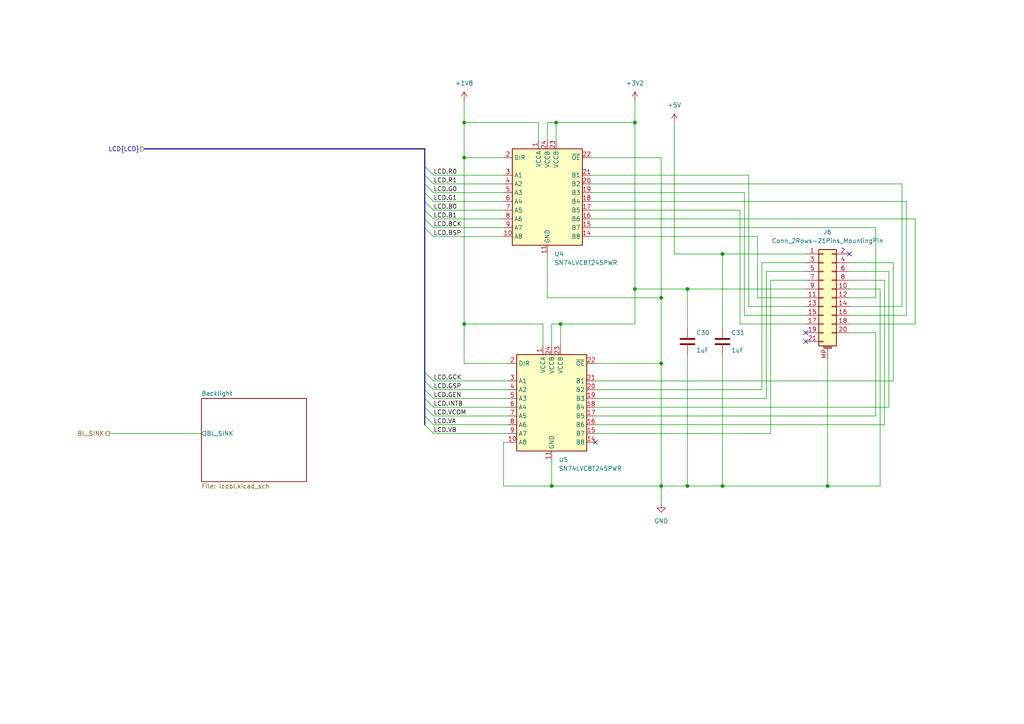
<source format=kicad_sch>
(kicad_sch (version 20230121) (generator eeschema)
  (paper "A4")
  (title_block (title "Memory LCD") (rev "A") (company "Matthew Mirvish") (comment 1 "MWatch -- a cool smartwatch"))
  (lib_symbols
    (symbol "3v2:+3V2" (power) (pin_names (offset 0))
      (property "Value" "+3V2" (at 0 3.556 0))
      (symbol "+3V2_0_1"
        (polyline (pts (xy -0.762 1.27) (xy 0 2.54)))
        (polyline (pts (xy 0 0) (xy 0 2.54)))
        (polyline (pts (xy 0 2.54) (xy 0.762 1.27)))
      )
      (symbol "+3V2_1_1"
        (pin power_in line (at 0 0 90) (length 0) hide (name "+3V2") (number "1"))
      )
    )
    (symbol "Connector_Generic_MountingPin:Conn_2Rows-21Pins_MountingPin" (pin_names (offset 1.016) hide)
      (property "Reference" "J" (at 1.27 15.24 0))
      (property "Value" "Conn_2Rows-21Pins_MountingPin" (at 2.54 -15.24 0))
      (symbol "Conn_2Rows-21Pins_MountingPin_1_1"
        (rectangle (start -1.27 -12.573) (end 0 -12.827) (stroke (width 0.1524)))
        (rectangle (start -1.27 -10.033) (end 0 -10.287) (stroke (width 0.1524)))
        (rectangle (start -1.27 -7.493) (end 0 -7.747) (stroke (width 0.1524)))
        (rectangle (start -1.27 -4.953) (end 0 -5.207) (stroke (width 0.1524)))
        (rectangle (start -1.27 -2.413) (end 0 -2.667) (stroke (width 0.1524)))
        (rectangle (start -1.27 0.127) (end 0 -0.127) (stroke (width 0.1524)))
        (rectangle (start -1.27 2.667) (end 0 2.413) (stroke (width 0.1524)))
        (rectangle (start -1.27 5.207) (end 0 4.953) (stroke (width 0.1524)))
        (rectangle (start -1.27 7.747) (end 0 7.493) (stroke (width 0.1524)))
        (rectangle (start -1.27 10.287) (end 0 10.033) (stroke (width 0.1524)))
        (rectangle (start -1.27 12.827) (end 0 12.573) (stroke (width 0.1524)))
        (rectangle (start -1.27 13.97) (end 3.81 -13.97) (stroke (width 0.254)) (fill (type background)))
        (polyline (pts (xy 0.254 -14.732) (xy 2.286 -14.732)) (stroke (width 0.1524)))
        (rectangle (start 3.81 -10.033) (end 2.54 -10.287) (stroke (width 0.1524)))
        (rectangle (start 3.81 -7.493) (end 2.54 -7.747) (stroke (width 0.1524)))
        (rectangle (start 3.81 -4.953) (end 2.54 -5.207) (stroke (width 0.1524)))
        (rectangle (start 3.81 -2.413) (end 2.54 -2.667) (stroke (width 0.1524)))
        (rectangle (start 3.81 0.127) (end 2.54 -0.127) (stroke (width 0.1524)))
        (rectangle (start 3.81 2.667) (end 2.54 2.413) (stroke (width 0.1524)))
        (rectangle (start 3.81 5.207) (end 2.54 4.953) (stroke (width 0.1524)))
        (rectangle (start 3.81 7.747) (end 2.54 7.493) (stroke (width 0.1524)))
        (rectangle (start 3.81 10.287) (end 2.54 10.033) (stroke (width 0.1524)))
        (rectangle (start 3.81 12.827) (end 2.54 12.573) (stroke (width 0.1524)))
        (text "Mounting" (at 1.27 -14.351 0) (effects (font (size 0.381 0.381))))
        (pin passive line (at -5.08 12.7 0) (length 3.81) (name "Pin_1") (number "1"))
        (pin passive line (at 7.62 2.54 180) (length 3.81) (name "Pin_10") (number "10"))
        (pin passive line (at -5.08 0 0) (length 3.81) (name "Pin_11") (number "11"))
        (pin passive line (at 7.62 0 180) (length 3.81) (name "Pin_12") (number "12"))
        (pin passive line (at -5.08 -2.54 0) (length 3.81) (name "Pin_13") (number "13"))
        (pin passive line (at 7.62 -2.54 180) (length 3.81) (name "Pin_14") (number "14"))
        (pin passive line (at -5.08 -5.08 0) (length 3.81) (name "Pin_15") (number "15"))
        (pin passive line (at 7.62 -5.08 180) (length 3.81) (name "Pin_16") (number "16"))
        (pin passive line (at -5.08 -7.62 0) (length 3.81) (name "Pin_17") (number "17"))
        (pin passive line (at 7.62 -7.62 180) (length 3.81) (name "Pin_18") (number "18"))
        (pin passive line (at -5.08 -10.16 0) (length 3.81) (name "Pin_19") (number "19"))
        (pin passive line (at 7.62 12.7 180) (length 3.81) (name "Pin_2") (number "2"))
        (pin passive line (at 7.62 -10.16 180) (length 3.81) (name "Pin_20") (number "20"))
        (pin passive line (at -5.08 -12.7 0) (length 3.81) (name "Pin_21") (number "21"))
        (pin passive line (at -5.08 10.16 0) (length 3.81) (name "Pin_3") (number "3"))
        (pin passive line (at 7.62 10.16 180) (length 3.81) (name "Pin_4") (number "4"))
        (pin passive line (at -5.08 7.62 0) (length 3.81) (name "Pin_5") (number "5"))
        (pin passive line (at 7.62 7.62 180) (length 3.81) (name "Pin_6") (number "6"))
        (pin passive line (at -5.08 5.08 0) (length 3.81) (name "Pin_7") (number "7"))
        (pin passive line (at 7.62 5.08 180) (length 3.81) (name "Pin_8") (number "8"))
        (pin passive line (at -5.08 2.54 0) (length 3.81) (name "Pin_9") (number "9"))
        (pin passive line (at 1.27 -17.78 90) (length 3.048) (name "MountPin") (number "MP"))
      )
    )
    (symbol "Device:C" (pin_numbers hide) (pin_names (offset 0.254))
      (property "Reference" "C" (at 0.635 2.54 0))
      (property "Value" "C" (at 0.635 -2.54 0))
      (symbol "C_0_1"
        (polyline (pts (xy -2.032 -0.762) (xy 2.032 -0.762)) (stroke (width 0.508)))
        (polyline (pts (xy -2.032 0.762) (xy 2.032 0.762)) (stroke (width 0.508)))
      )
      (symbol "C_1_1"
        (pin passive line (at 0 3.81 270) (length 2.794) (name "~") (number "1"))
        (pin passive line (at 0 -3.81 90) (length 2.794) (name "~") (number "2"))
      )
    )
    (symbol "Logic_LevelTranslator:SN74AVC8T245PW"
      (property "Reference" "U" (at -8.89 13.97 0))
      (property "Value" "SN74AVC8T245PW" (at 12.7 13.97 0))
      (symbol "SN74AVC8T245PW_0_1"
        (rectangle (start -10.16 12.7) (end 10.16 -15.24) (stroke (width 0.254)) (fill (type background)))
      )
      (symbol "SN74AVC8T245PW_1_1"
        (pin power_in line (at -2.54 15.24 270) (length 2.54) (name "VCCA") (number "1"))
        (pin bidirectional line (at -12.7 -12.7 0) (length 2.54) (name "A8") (number "10"))
        (pin power_in line (at 0 -17.78 90) (length 2.54) (name "GND") (number "11"))
        (pin passive line (at 0 -17.78 90) (length 2.54) hide (name "GND") (number "12"))
        (pin passive line (at 0 -17.78 90) (length 2.54) hide (name "GND") (number "13"))
        (pin bidirectional line (at 12.7 -12.7 180) (length 2.54) (name "B8") (number "14"))
        (pin bidirectional line (at 12.7 -10.16 180) (length 2.54) (name "B7") (number "15"))
        (pin bidirectional line (at 12.7 -7.62 180) (length 2.54) (name "B6") (number "16"))
        (pin bidirectional line (at 12.7 -5.08 180) (length 2.54) (name "B5") (number "17"))
        (pin bidirectional line (at 12.7 -2.54 180) (length 2.54) (name "B4") (number "18"))
        (pin bidirectional line (at 12.7 0 180) (length 2.54) (name "B3") (number "19"))
        (pin input line (at -12.7 10.16 0) (length 2.54) (name "DIR") (number "2"))
        (pin bidirectional line (at 12.7 2.54 180) (length 2.54) (name "B2") (number "20"))
        (pin bidirectional line (at 12.7 5.08 180) (length 2.54) (name "B1") (number "21"))
        (pin input line (at 12.7 10.16 180) (length 2.54) (name "~{OE}") (number "22"))
        (pin power_in line (at 2.54 15.24 270) (length 2.54) (name "VCCB") (number "23"))
        (pin power_in line (at 0 15.24 270) (length 2.54) (name "VCCB") (number "24"))
        (pin bidirectional line (at -12.7 5.08 0) (length 2.54) (name "A1") (number "3"))
        (pin bidirectional line (at -12.7 2.54 0) (length 2.54) (name "A2") (number "4"))
        (pin bidirectional line (at -12.7 0 0) (length 2.54) (name "A3") (number "5"))
        (pin bidirectional line (at -12.7 -2.54 0) (length 2.54) (name "A4") (number "6"))
        (pin bidirectional line (at -12.7 -5.08 0) (length 2.54) (name "A5") (number "7"))
        (pin bidirectional line (at -12.7 -7.62 0) (length 2.54) (name "A6") (number "8"))
        (pin bidirectional line (at -12.7 -10.16 0) (length 2.54) (name "A7") (number "9"))
      )
    )
    (symbol "power:+1V8" (power) (pin_names (offset 0))
      (property "Value" "+1V8" (at 0 3.556 0))
      (symbol "+1V8_0_1"
        (polyline (pts (xy -0.762 1.27) (xy 0 2.54)))
        (polyline (pts (xy 0 0) (xy 0 2.54)))
        (polyline (pts (xy 0 2.54) (xy 0.762 1.27)))
      )
      (symbol "+1V8_1_1"
        (pin power_in line (at 0 0 90) (length 0) hide (name "+1V8") (number "1"))
      )
    )
    (symbol "power:+5V" (power) (pin_names (offset 0))
      (property "Value" "+5V" (at 0 3.556 0))
      (symbol "+5V_0_1"
        (polyline (pts (xy -0.762 1.27) (xy 0 2.54)))
        (polyline (pts (xy 0 0) (xy 0 2.54)))
        (polyline (pts (xy 0 2.54) (xy 0.762 1.27)))
      )
      (symbol "+5V_1_1"
        (pin power_in line (at 0 0 90) (length 0) hide (name "+5V") (number "1"))
      )
    )
    (symbol "power:GND" (power) (pin_names (offset 0))
      (property "Value" "GND" (at 0 -3.81 0))
      (symbol "GND_0_1"
        (polyline (pts (xy 0 0) (xy 0 -1.27) (xy 1.27 -1.27) (xy 0 -2.54) (xy -1.27 -1.27) (xy 0 -1.27)))
      )
      (symbol "GND_1_1"
        (pin power_in line (at 0 0 270) (length 0) hide (name "GND") (number "1"))
      )
    )
  )
  (bus_alias "LCD" (members "R[0..1]" "G[0..1]" "B[0..1]" "BCK" "BSP" "GCK" "GSP" "GEN" "INTB" "VCOM" "VA" "VB"))
  (junction (at 240.03 140.97))
  (junction (at 161.29 35.56))
  (junction (at 191.77 105.41))
  (junction (at 209.55 140.97))
  (junction (at 162.56 93.98))
  (junction (at 134.62 35.56))
  (junction (at 184.15 83.82))
  (junction (at 160.02 140.97))
  (junction (at 191.77 140.97))
  (junction (at 134.62 45.72))
  (junction (at 184.15 35.56))
  (junction (at 134.62 93.98))
  (junction (at 191.77 86.36))
  (junction (at 199.39 83.82))
  (junction (at 199.39 140.97))
  (junction (at 209.55 73.66))
  (no_connect (at 172.72 128.27))
  (no_connect (at 233.68 96.52))
  (no_connect (at 233.68 99.06))
  (no_connect (at 246.38 73.66))
  (bus_entry (at 123.19 120.65) (size 2.54 2.54))
  (bus_entry (at 123.19 60.96) (size 2.54 2.54))
  (bus_entry (at 123.19 66.04) (size 2.54 2.54))
  (bus_entry (at 123.19 110.49) (size 2.54 2.54))
  (bus_entry (at 123.19 107.95) (size 2.54 2.54))
  (bus_entry (at 123.19 55.88) (size 2.54 2.54))
  (bus_entry (at 123.19 113.03) (size 2.54 2.54))
  (bus_entry (at 123.19 123.19) (size 2.54 2.54))
  (bus_entry (at 123.19 48.26) (size 2.54 2.54))
  (bus_entry (at 123.19 53.34) (size 2.54 2.54))
  (bus_entry (at 123.19 115.57) (size 2.54 2.54))
  (bus_entry (at 123.19 118.11) (size 2.54 2.54))
  (bus_entry (at 123.19 63.5) (size 2.54 2.54))
  (bus_entry (at 123.19 50.8) (size 2.54 2.54))
  (bus_entry (at 123.19 58.42) (size 2.54 2.54))
  (wire (pts (xy 254 96.52) (xy 254 120.65)))
  (bus (pts (xy 123.19 118.11) (xy 123.19 115.57)))
  (wire (pts (xy 191.77 140.97) (xy 199.39 140.97)))
  (wire (pts (xy 219.71 68.58) (xy 219.71 86.36)))
  (wire (pts (xy 255.27 83.82) (xy 255.27 140.97)))
  (wire (pts (xy 171.45 45.72) (xy 191.77 45.72)))
  (wire (pts (xy 255.27 140.97) (xy 240.03 140.97)))
  (wire (pts (xy 125.73 113.03) (xy 147.32 113.03)))
  (wire (pts (xy 160.02 140.97) (xy 146.05 140.97)))
  (wire (pts (xy 125.73 50.8) (xy 146.05 50.8)))
  (wire (pts (xy 256.54 81.28) (xy 256.54 123.19)))
  (wire (pts (xy 257.81 118.11) (xy 257.81 78.74)))
  (wire (pts (xy 246.38 88.9) (xy 261.62 88.9)))
  (wire (pts (xy 184.15 29.21) (xy 184.15 35.56)))
  (wire (pts (xy 125.73 58.42) (xy 146.05 58.42)))
  (wire (pts (xy 191.77 140.97) (xy 160.02 140.97)))
  (wire (pts (xy 209.55 73.66) (xy 233.68 73.66)))
  (wire (pts (xy 217.17 50.8) (xy 217.17 88.9)))
  (wire (pts (xy 265.43 63.5) (xy 265.43 93.98)))
  (wire (pts (xy 262.89 91.44) (xy 246.38 91.44)))
  (wire (pts (xy 191.77 105.41) (xy 191.77 86.36)))
  (wire (pts (xy 195.58 35.56) (xy 195.58 73.66)))
  (wire (pts (xy 191.77 146.05) (xy 191.77 140.97)))
  (wire (pts (xy 171.45 50.8) (xy 217.17 50.8)))
  (wire (pts (xy 220.98 113.03) (xy 220.98 76.2)))
  (wire (pts (xy 172.72 115.57) (xy 222.25 115.57)))
  (wire (pts (xy 184.15 83.82) (xy 199.39 83.82)))
  (wire (pts (xy 160.02 100.33) (xy 160.02 93.98)))
  (wire (pts (xy 158.75 35.56) (xy 158.75 40.64)))
  (wire (pts (xy 125.73 63.5) (xy 146.05 63.5)))
  (wire (pts (xy 125.73 66.04) (xy 146.05 66.04)))
  (wire (pts (xy 215.9 91.44) (xy 233.68 91.44)))
  (wire (pts (xy 184.15 83.82) (xy 184.15 35.56)))
  (wire (pts (xy 158.75 86.36) (xy 158.75 73.66)))
  (wire (pts (xy 209.55 140.97) (xy 240.03 140.97)))
  (wire (pts (xy 199.39 83.82) (xy 199.39 95.25)))
  (wire (pts (xy 171.45 63.5) (xy 265.43 63.5)))
  (wire (pts (xy 125.73 118.11) (xy 147.32 118.11)))
  (wire (pts (xy 172.72 105.41) (xy 191.77 105.41)))
  (wire (pts (xy 261.62 88.9) (xy 261.62 53.34)))
  (wire (pts (xy 195.58 73.66) (xy 209.55 73.66)))
  (wire (pts (xy 191.77 45.72) (xy 191.77 86.36)))
  (bus (pts (xy 123.19 123.19) (xy 123.19 120.65)))
  (bus (pts (xy 123.19 55.88) (xy 123.19 53.34)))
  (wire (pts (xy 265.43 93.98) (xy 246.38 93.98)))
  (bus (pts (xy 123.19 53.34) (xy 123.19 50.8)))
  (wire (pts (xy 162.56 93.98) (xy 184.15 93.98)))
  (wire (pts (xy 134.62 29.21) (xy 134.62 35.56)))
  (wire (pts (xy 134.62 93.98) (xy 157.48 93.98)))
  (wire (pts (xy 246.38 83.82) (xy 255.27 83.82)))
  (wire (pts (xy 220.98 76.2) (xy 233.68 76.2)))
  (wire (pts (xy 214.63 60.96) (xy 171.45 60.96)))
  (wire (pts (xy 199.39 102.87) (xy 199.39 140.97)))
  (bus (pts (xy 123.19 48.26) (xy 123.19 43.18)))
  (wire (pts (xy 214.63 93.98) (xy 214.63 60.96)))
  (wire (pts (xy 254 66.04) (xy 254 86.36)))
  (wire (pts (xy 254 86.36) (xy 246.38 86.36)))
  (wire (pts (xy 134.62 105.41) (xy 134.62 93.98)))
  (wire (pts (xy 134.62 45.72) (xy 134.62 93.98)))
  (bus (pts (xy 123.19 120.65) (xy 123.19 118.11)))
  (wire (pts (xy 246.38 81.28) (xy 256.54 81.28)))
  (wire (pts (xy 261.62 53.34) (xy 171.45 53.34)))
  (wire (pts (xy 191.77 86.36) (xy 158.75 86.36)))
  (bus (pts (xy 123.19 58.42) (xy 123.19 55.88)))
  (wire (pts (xy 259.08 110.49) (xy 172.72 110.49)))
  (wire (pts (xy 147.32 105.41) (xy 134.62 105.41)))
  (wire (pts (xy 156.21 35.56) (xy 156.21 40.64)))
  (wire (pts (xy 240.03 140.97) (xy 240.03 104.14)))
  (wire (pts (xy 125.73 123.19) (xy 147.32 123.19)))
  (wire (pts (xy 184.15 35.56) (xy 161.29 35.56)))
  (wire (pts (xy 184.15 93.98) (xy 184.15 83.82)))
  (wire (pts (xy 160.02 140.97) (xy 160.02 133.35)))
  (wire (pts (xy 222.25 78.74) (xy 233.68 78.74)))
  (wire (pts (xy 233.68 93.98) (xy 214.63 93.98)))
  (wire (pts (xy 125.73 60.96) (xy 146.05 60.96)))
  (wire (pts (xy 262.89 58.42) (xy 262.89 91.44)))
  (bus (pts (xy 41.91 43.18) (xy 123.19 43.18)))
  (bus (pts (xy 123.19 110.49) (xy 123.19 107.95)))
  (wire (pts (xy 161.29 35.56) (xy 161.29 40.64)))
  (wire (pts (xy 246.38 76.2) (xy 259.08 76.2)))
  (bus (pts (xy 123.19 107.95) (xy 123.19 66.04)))
  (wire (pts (xy 171.45 66.04) (xy 254 66.04)))
  (wire (pts (xy 209.55 73.66) (xy 209.55 95.25)))
  (wire (pts (xy 256.54 123.19) (xy 172.72 123.19)))
  (bus (pts (xy 123.19 50.8) (xy 123.19 48.26)))
  (wire (pts (xy 172.72 125.73) (xy 223.52 125.73)))
  (wire (pts (xy 31.75 125.73) (xy 58.42 125.73)))
  (wire (pts (xy 134.62 35.56) (xy 156.21 35.56)))
  (wire (pts (xy 172.72 118.11) (xy 257.81 118.11)))
  (wire (pts (xy 191.77 140.97) (xy 191.77 105.41)))
  (wire (pts (xy 171.45 58.42) (xy 262.89 58.42)))
  (wire (pts (xy 223.52 125.73) (xy 223.52 81.28)))
  (wire (pts (xy 134.62 35.56) (xy 134.62 45.72)))
  (wire (pts (xy 146.05 140.97) (xy 146.05 128.27)))
  (wire (pts (xy 257.81 78.74) (xy 246.38 78.74)))
  (wire (pts (xy 219.71 86.36) (xy 233.68 86.36)))
  (wire (pts (xy 209.55 102.87) (xy 209.55 140.97)))
  (wire (pts (xy 162.56 93.98) (xy 162.56 100.33)))
  (wire (pts (xy 125.73 110.49) (xy 147.32 110.49)))
  (wire (pts (xy 146.05 128.27) (xy 147.32 128.27)))
  (bus (pts (xy 123.19 66.04) (xy 123.19 63.5)))
  (wire (pts (xy 171.45 68.58) (xy 219.71 68.58)))
  (wire (pts (xy 125.73 53.34) (xy 146.05 53.34)))
  (wire (pts (xy 199.39 83.82) (xy 233.68 83.82)))
  (wire (pts (xy 125.73 125.73) (xy 147.32 125.73)))
  (wire (pts (xy 171.45 55.88) (xy 215.9 55.88)))
  (wire (pts (xy 215.9 55.88) (xy 215.9 91.44)))
  (wire (pts (xy 172.72 113.03) (xy 220.98 113.03)))
  (wire (pts (xy 223.52 81.28) (xy 233.68 81.28)))
  (wire (pts (xy 125.73 115.57) (xy 147.32 115.57)))
  (bus (pts (xy 123.19 63.5) (xy 123.19 60.96)))
  (wire (pts (xy 125.73 68.58) (xy 146.05 68.58)))
  (wire (pts (xy 125.73 55.88) (xy 146.05 55.88)))
  (wire (pts (xy 199.39 140.97) (xy 209.55 140.97)))
  (wire (pts (xy 161.29 35.56) (xy 158.75 35.56)))
  (wire (pts (xy 222.25 115.57) (xy 222.25 78.74)))
  (wire (pts (xy 217.17 88.9) (xy 233.68 88.9)))
  (bus (pts (xy 123.19 115.57) (xy 123.19 113.03)))
  (wire (pts (xy 160.02 93.98) (xy 162.56 93.98)))
  (wire (pts (xy 254 120.65) (xy 172.72 120.65)))
  (wire (pts (xy 259.08 76.2) (xy 259.08 110.49)))
  (wire (pts (xy 125.73 120.65) (xy 147.32 120.65)))
  (bus (pts (xy 123.19 60.96) (xy 123.19 58.42)))
  (bus (pts (xy 123.19 113.03) (xy 123.19 110.49)))
  (wire (pts (xy 157.48 93.98) (xy 157.48 100.33)))
  (wire (pts (xy 134.62 45.72) (xy 146.05 45.72)))
  (wire (pts (xy 246.38 96.52) (xy 254 96.52)))
  (label "LCD.VA" (at 125.73 123.19 0))
  (label "LCD.BCK" (at 125.73 66.04 0))
  (label "LCD.VCOM" (at 125.73 120.65 0))
  (label "LCD.G1" (at 125.73 58.42 0))
  (label "LCD.G0" (at 125.73 55.88 0))
  (label "LCD.R1" (at 125.73 53.34 0))
  (label "LCD.R0" (at 125.73 50.8 0))
  (label "LCD.GEN" (at 125.73 115.57 0))
  (label "LCD.GSP" (at 125.73 113.03 0))
  (label "LCD.B0" (at 125.73 60.96 0))
  (label "LCD.INTB" (at 125.73 118.11 0))
  (label "LCD.B1" (at 125.73 63.5 0))
  (label "LCD.BSP" (at 125.73 68.58 0))
  (label "LCD.GCK" (at 125.73 110.49 0))
  (label "LCD.VB" (at 125.73 125.73 0))
  (hierarchical_label "BL_SINK" (shape output) (at 31.75 125.73 180))
  (hierarchical_label "LCD{LCD}" (shape input) (at 41.91 43.18 180))
  (symbol (lib_id "Logic_LevelTranslator:SN74AVC8T245PW") (at 158.75 55.88 0) (unit 1)
    (property "Reference" "U4" (at 160.7694 73.66 0) (effects (justify left)))
    (property "Value" "SN74LVC8T245PWR" (at 160.7694 76.2 0) (effects (justify left)))
    (property "Footprint" "Package_SO:TSSOP-24_4.4x7.8mm_P0.65mm" (effects hide))
    (property "Datasheet" "https://www.ti.com/lit/ds/symlink/sn74avc8t245.pdf" (effects hide))
    (property "MPN" "SN74LVC8T245PWR" (effects hide))
    (property "Description" "IC 8-BIT DUAL-SUPPLY BUS TRANSCEIVER" (effects hide))
  )
  (symbol (lib_id "power:+1V8") (at 134.62 29.21 0) (unit 1)
    (property "Reference" "#PWR024" (effects hide))
    (property "Value" "+1V8" (at 134.62 24.13 0))
  )
  (symbol (lib_id "power:+5V") (at 195.58 35.56 0) (unit 1)
    (property "Reference" "#PWR027" (effects hide))
    (property "Value" "+5V" (at 195.58 30.48 0))
  )
  (symbol (lib_id "Connector_Generic_MountingPin:Conn_2Rows-21Pins_MountingPin") (at 238.76 86.36 0) (unit 1)
    (property "Reference" "J6" (at 240.03 67.31 0))
    (property "Value" "Conn_2Rows-21Pins_MountingPin" (at 240.03 69.85 0))
    (property "Footprint" "displaymolex:5035662102" (effects hide))
    (property "Description" "CONN FPC BOTTOM 21POS 0.30MM" (effects hide))
    (property "MPN" "503566-2102" (effects hide))
  )
  (symbol (lib_id "Logic_LevelTranslator:SN74AVC8T245PW") (at 160.02 115.57 0) (unit 1)
    (property "Reference" "U5" (at 162.0394 133.35 0) (effects (justify left)))
    (property "Value" "SN74LVC8T245PWR" (at 162.0394 135.89 0) (effects (justify left)))
    (property "Footprint" "Package_SO:TSSOP-24_4.4x7.8mm_P0.65mm" (effects hide))
    (property "Datasheet" "https://www.ti.com/lit/ds/symlink/sn74avc8t245.pdf" (effects hide))
    (property "MPN" "SN74LVC8T245PWR" (effects hide))
    (property "Description" "IC 8-BIT DUAL-SUPPLY BUS TRANSCEIVER" (effects hide))
  )
  (symbol (lib_id "Device:C") (at 209.55 99.06 0) (unit 1)
    (property "Reference" "C31" (at 212.09 96.52 0) (effects (justify left)))
    (property "Value" "1uF" (at 212.09 101.6 0) (effects (justify left)))
    (property "Footprint" "Capacitor_SMD:C_0201_0603Metric" (effects hide))
    (property "Description" "CAP CERM 1uF +/20% 10V X5R 0201" (effects hide))
    (property "MPN" "CC0201MRX5R6BB105" (effects hide))
  )
  (symbol (lib_id "power:GND") (at 191.77 146.05 0) (unit 1)
    (property "Reference" "#PWR026" (effects hide))
    (property "Value" "GND" (at 191.77 151.13 0))
  )
  (symbol (lib_id "3v2:+3V2") (at 184.15 29.21 0) (unit 1)
    (property "Reference" "#PWR025" (effects hide))
    (property "Value" "+3V2" (at 184.15 24.13 0))
  )
  (symbol (lib_id "Device:C") (at 199.39 99.06 0) (unit 1)
    (property "Reference" "C30" (at 201.93 96.52 0) (effects (justify left)))
    (property "Value" "1uF" (at 201.93 101.6 0) (effects (justify left)))
    (property "Footprint" "Capacitor_SMD:C_0201_0603Metric" (effects hide))
    (property "Description" "CAP CERM 1uF +/20% 10V X5R 0201" (effects hide))
    (property "MPN" "CC0201MRX5R6BB105" (effects hide))
  )
  (sheet (at 58.42 115.57) (size 30.48 24.13) (stroke (width 0.1524))
    (property "Sheetname" "Backlight" (at 58.42 114.8584 0) (effects (justify left bottom)))
    (property "Sheetfile" "lcdbl.kicad_sch" (at 58.42 140.2846 0) (effects (justify left top)))
    (pin "BL_SINK" output (at 58.42 125.73 180))
  )
)
</source>
